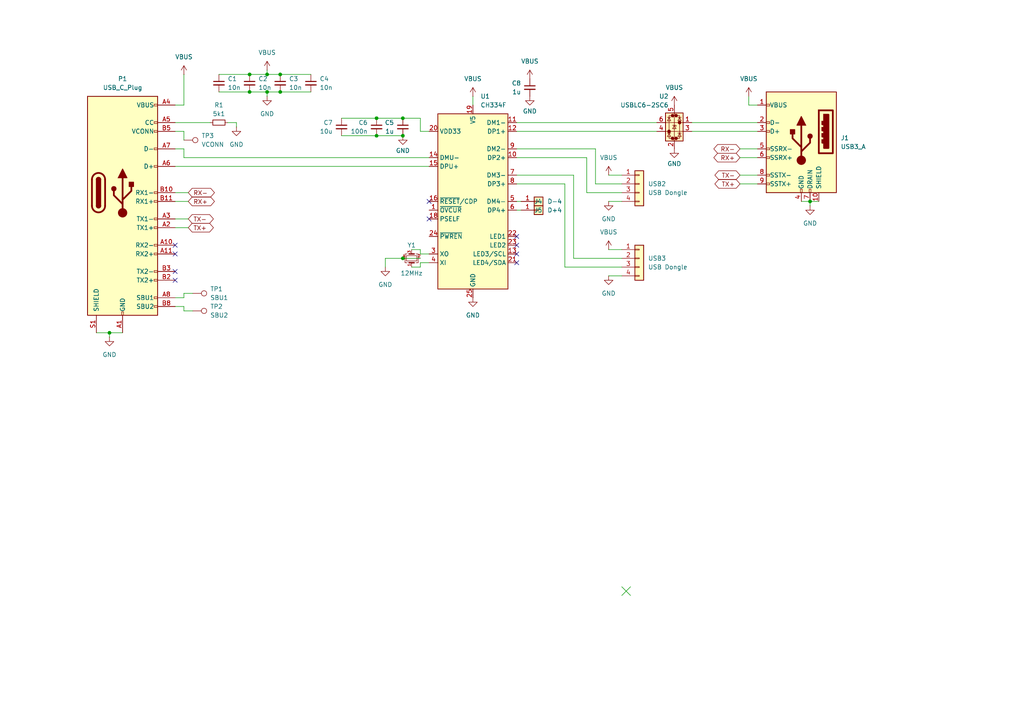
<source format=kicad_sch>
(kicad_sch (version 20231120) (generator "eeschema") (generator_version "8.0")
  (paper "A4")
  (lib_symbols
    (symbol "Connector:TestPoint" (pin_numbers hide) (pin_names (offset 0.762) hide)
      (property "Reference" "TP" (at 0 6.858 0))
      (property "Value" "TestPoint" (at 0 5.08 0))
      (symbol "TestPoint_0_1"
        (circle (center 0 3.302) (radius 0.762))
      )
      (symbol "TestPoint_1_1"
        (pin passive line (at 0 0 90) (length 2.54) (name "1") (number "1"))
      )
    )
    (symbol "Connector:USB3_A" (pin_names (offset 1.016))
      (property "Reference" "J" (at -10.16 15.24 0))
      (property "Value" "USB3_A" (at 10.16 15.24 0))
      (symbol "USB3_A_0_0"
        (rectangle (start -9.144 8.636) (end -5.08 -3.81) (stroke (width 0.508)))
        (rectangle (start -7.874 7.366) (end -6.604 -2.286) (stroke (width 0.508)) (fill (type outline)))
        (rectangle (start -6.35 0) (end -6.096 -0.762) (stroke (width 0.508)))
        (rectangle (start -6.35 1.778) (end -6.096 1.016) (stroke (width 0.508)))
        (rectangle (start -6.35 3.556) (end -6.096 2.794) (stroke (width 0.508)))
        (rectangle (start -6.35 5.334) (end -6.096 4.572) (stroke (width 0.508)))
        (rectangle (start -2.794 -15.24) (end -2.286 -14.224))
        (rectangle (start -0.254 -15.24) (end 0.254 -14.224))
        (rectangle (start 10.16 -12.446) (end 9.144 -12.954))
        (rectangle (start 10.16 -9.906) (end 9.144 -10.414))
        (rectangle (start 10.16 -4.826) (end 9.144 -5.334))
        (rectangle (start 10.16 -2.286) (end 9.144 -2.794))
        (rectangle (start 10.16 2.794) (end 9.144 2.286))
        (rectangle (start 10.16 5.334) (end 9.144 4.826))
        (rectangle (start 10.16 10.414) (end 9.144 9.906))
      )
      (symbol "USB3_A_0_1"
        (rectangle (start -10.16 13.97) (end 10.16 -15.24) (stroke (width 0.254)) (fill (type background)))
      )
      (symbol "USB3_A_1_1"
        (circle (center -2.54 1.143) (radius 0.635) (stroke (width 0.254)) (fill (type outline)))
        (circle (center 0 -5.842) (radius 1.27) (fill (type outline)))
        (polyline (pts (xy 0 -5.842) (xy 0 4.318)) (stroke (width 0.508)))
        (polyline (pts (xy 0 -3.302) (xy -2.54 -0.762) (xy -2.54 0.508)) (stroke (width 0.508)))
        (polyline (pts (xy 0 -2.032) (xy 2.54 0.508) (xy 2.54 1.778)) (stroke (width 0.508)))
        (polyline (pts (xy -1.27 4.318) (xy 0 6.858) (xy 1.27 4.318) (xy -1.27 4.318)) (stroke (width 0.254)) (fill (type outline)))
        (rectangle (start 1.905 1.778) (end 3.175 3.048) (stroke (width 0.254)) (fill (type outline)))
        (pin power_in line (at 12.7 10.16 180) (length 2.54) (name "VBUS") (number "1"))
        (pin passive line (at -5.08 -17.78 90) (length 2.54) (name "SHIELD") (number "10"))
        (pin bidirectional line (at 12.7 5.08 180) (length 2.54) (name "D-") (number "2"))
        (pin bidirectional line (at 12.7 2.54 180) (length 2.54) (name "D+") (number "3"))
        (pin power_in line (at 0 -17.78 90) (length 2.54) (name "GND") (number "4"))
        (pin output line (at 12.7 -2.54 180) (length 2.54) (name "SSRX-") (number "5"))
        (pin output line (at 12.7 -5.08 180) (length 2.54) (name "SSRX+") (number "6"))
        (pin passive line (at -2.54 -17.78 90) (length 2.54) (name "DRAIN") (number "7"))
        (pin input line (at 12.7 -10.16 180) (length 2.54) (name "SSTX-") (number "8"))
        (pin input line (at 12.7 -12.7 180) (length 2.54) (name "SSTX+") (number "9"))
      )
    )
    (symbol "Connector:USB_C_Plug" (pin_names (offset 1.016))
      (property "Reference" "P" (at -10.16 29.21 0))
      (property "Value" "USB_C_Plug" (at 10.16 29.21 0))
      (symbol "USB_C_Plug_0_0"
        (rectangle (start -0.254 -35.56) (end 0.254 -34.544))
        (rectangle (start 10.16 -32.766) (end 9.144 -33.274))
        (rectangle (start 10.16 -30.226) (end 9.144 -30.734))
        (rectangle (start 10.16 -25.146) (end 9.144 -25.654))
        (rectangle (start 10.16 -22.606) (end 9.144 -23.114))
        (rectangle (start 10.16 -17.526) (end 9.144 -18.034))
        (rectangle (start 10.16 -14.986) (end 9.144 -15.494))
        (rectangle (start 10.16 -9.906) (end 9.144 -10.414))
        (rectangle (start 10.16 -7.366) (end 9.144 -7.874))
        (rectangle (start 10.16 -2.286) (end 9.144 -2.794))
        (rectangle (start 10.16 0.254) (end 9.144 -0.254))
        (rectangle (start 10.16 7.874) (end 9.144 7.366))
        (rectangle (start 10.16 12.954) (end 9.144 12.446))
        (rectangle (start 10.16 18.034) (end 9.144 17.526))
        (rectangle (start 10.16 20.574) (end 9.144 20.066))
        (rectangle (start 10.16 25.654) (end 9.144 25.146))
      )
      (symbol "USB_C_Plug_0_1"
        (rectangle (start -10.16 27.94) (end 10.16 -35.56) (stroke (width 0.254)) (fill (type background)))
        (arc (start -8.89 -3.81) (mid -6.985 -5.7067) (end -5.08 -3.81) (stroke (width 0.508)))
        (arc (start -7.62 -3.81) (mid -6.985 -4.4423) (end -6.35 -3.81) (stroke (width 0.254)))
        (arc (start -7.62 -3.81) (mid -6.985 -4.4423) (end -6.35 -3.81) (stroke (width 0.254)) (fill (type outline)))
        (rectangle (start -7.62 -3.81) (end -6.35 3.81) (stroke (width 0.254)) (fill (type outline)))
        (arc (start -6.35 3.81) (mid -6.985 4.4423) (end -7.62 3.81) (stroke (width 0.254)))
        (arc (start -6.35 3.81) (mid -6.985 4.4423) (end -7.62 3.81) (stroke (width 0.254)) (fill (type outline)))
        (arc (start -5.08 3.81) (mid -6.985 5.7067) (end -8.89 3.81) (stroke (width 0.508)))
        (polyline (pts (xy -8.89 -3.81) (xy -8.89 3.81)) (stroke (width 0.508)))
        (polyline (pts (xy -5.08 3.81) (xy -5.08 -3.81)) (stroke (width 0.508)))
      )
      (symbol "USB_C_Plug_1_1"
        (circle (center -2.54 1.143) (radius 0.635) (stroke (width 0.254)) (fill (type outline)))
        (circle (center 0 -5.842) (radius 1.27) (fill (type outline)))
        (polyline (pts (xy 0 -5.842) (xy 0 4.318)) (stroke (width 0.508)))
        (polyline (pts (xy 0 -3.302) (xy -2.54 -0.762) (xy -2.54 0.508)) (stroke (width 0.508)))
        (polyline (pts (xy 0 -2.032) (xy 2.54 0.508) (xy 2.54 1.778)) (stroke (width 0.508)))
        (polyline (pts (xy -1.27 4.318) (xy 0 6.858) (xy 1.27 4.318) (xy -1.27 4.318)) (stroke (width 0.254)) (fill (type outline)))
        (rectangle (start 1.905 1.778) (end 3.175 3.048) (stroke (width 0.254)) (fill (type outline)))
        (pin passive line (at 0 -40.64 90) (length 5.08) (name "GND") (number "A1"))
        (pin bidirectional line (at 15.24 -15.24 180) (length 5.08) (name "RX2-") (number "A10"))
        (pin bidirectional line (at 15.24 -17.78 180) (length 5.08) (name "RX2+") (number "A11"))
        (pin passive line (at 0 -40.64 90) (length 5.08) hide (name "GND") (number "A12"))
        (pin bidirectional line (at 15.24 -10.16 180) (length 5.08) (name "TX1+") (number "A2"))
        (pin bidirectional line (at 15.24 -7.62 180) (length 5.08) (name "TX1-") (number "A3"))
        (pin passive line (at 15.24 25.4 180) (length 5.08) (name "VBUS") (number "A4"))
        (pin bidirectional line (at 15.24 20.32 180) (length 5.08) (name "CC") (number "A5"))
        (pin bidirectional line (at 15.24 7.62 180) (length 5.08) (name "D+") (number "A6"))
        (pin bidirectional line (at 15.24 12.7 180) (length 5.08) (name "D-") (number "A7"))
        (pin bidirectional line (at 15.24 -30.48 180) (length 5.08) (name "SBU1") (number "A8"))
        (pin passive line (at 15.24 25.4 180) (length 5.08) hide (name "VBUS") (number "A9"))
        (pin passive line (at 0 -40.64 90) (length 5.08) hide (name "GND") (number "B1"))
        (pin bidirectional line (at 15.24 0 180) (length 5.08) (name "RX1-") (number "B10"))
        (pin bidirectional line (at 15.24 -2.54 180) (length 5.08) (name "RX1+") (number "B11"))
        (pin passive line (at 0 -40.64 90) (length 5.08) hide (name "GND") (number "B12"))
        (pin bidirectional line (at 15.24 -25.4 180) (length 5.08) (name "TX2+") (number "B2"))
        (pin bidirectional line (at 15.24 -22.86 180) (length 5.08) (name "TX2-") (number "B3"))
        (pin passive line (at 15.24 25.4 180) (length 5.08) hide (name "VBUS") (number "B4"))
        (pin bidirectional line (at 15.24 17.78 180) (length 5.08) (name "VCONN") (number "B5"))
        (pin bidirectional line (at 15.24 -33.02 180) (length 5.08) (name "SBU2") (number "B8"))
        (pin passive line (at 15.24 25.4 180) (length 5.08) hide (name "VBUS") (number "B9"))
        (pin passive line (at -7.62 -40.64 90) (length 5.08) (name "SHIELD") (number "S1"))
      )
    )
    (symbol "Connector_Generic:Conn_01x01" (pin_names (offset 1.016) hide)
      (property "Reference" "J" (at 0 2.54 0))
      (property "Value" "Conn_01x01" (at 0 -2.54 0))
      (symbol "Conn_01x01_1_1"
        (rectangle (start -1.27 0.127) (end 0 -0.127) (stroke (width 0.1524)))
        (rectangle (start -1.27 1.27) (end 1.27 -1.27) (stroke (width 0.254)) (fill (type background)))
        (pin passive line (at -5.08 0 0) (length 3.81) (name "Pin_1") (number "1"))
      )
    )
    (symbol "Connector_Generic:Conn_01x04" (pin_names (offset 1.016) hide)
      (property "Reference" "J" (at 0 5.08 0))
      (property "Value" "Conn_01x04" (at 0 -7.62 0))
      (symbol "Conn_01x04_1_1"
        (rectangle (start -1.27 -4.953) (end 0 -5.207) (stroke (width 0.1524)))
        (rectangle (start -1.27 -2.413) (end 0 -2.667) (stroke (width 0.1524)))
        (rectangle (start -1.27 0.127) (end 0 -0.127) (stroke (width 0.1524)))
        (rectangle (start -1.27 2.667) (end 0 2.413) (stroke (width 0.1524)))
        (rectangle (start -1.27 3.81) (end 1.27 -6.35) (stroke (width 0.254)) (fill (type background)))
        (pin passive line (at -5.08 2.54 0) (length 3.81) (name "Pin_1") (number "1"))
        (pin passive line (at -5.08 0 0) (length 3.81) (name "Pin_2") (number "2"))
        (pin passive line (at -5.08 -2.54 0) (length 3.81) (name "Pin_3") (number "3"))
        (pin passive line (at -5.08 -5.08 0) (length 3.81) (name "Pin_4") (number "4"))
      )
    )
    (symbol "Device:C_Small" (pin_numbers hide) (pin_names (offset 0.254) hide)
      (property "Reference" "C" (at 0.254 1.778 0))
      (property "Value" "C_Small" (at 0.254 -2.032 0))
      (symbol "C_Small_0_1"
        (polyline (pts (xy -1.524 -0.508) (xy 1.524 -0.508)) (stroke (width 0.3302)))
        (polyline (pts (xy -1.524 0.508) (xy 1.524 0.508)) (stroke (width 0.3048)))
      )
      (symbol "C_Small_1_1"
        (pin passive line (at 0 2.54 270) (length 2.032) (name "~") (number "1"))
        (pin passive line (at 0 -2.54 90) (length 2.032) (name "~") (number "2"))
      )
    )
    (symbol "Device:Crystal_GND24_Small" (pin_names (offset 1.016) hide)
      (property "Reference" "Y" (at 1.27 4.445 0))
      (property "Value" "Crystal_GND24_Small" (at 1.27 2.54 0))
      (symbol "Crystal_GND24_Small_0_1"
        (rectangle (start -0.762 -1.524) (end 0.762 1.524))
        (polyline (pts (xy -1.27 -0.762) (xy -1.27 0.762)) (stroke (width 0.381)))
        (polyline (pts (xy 1.27 -0.762) (xy 1.27 0.762)) (stroke (width 0.381)))
        (polyline (pts (xy -1.27 -1.27) (xy -1.27 -1.905) (xy 1.27 -1.905) (xy 1.27 -1.27)))
        (polyline (pts (xy -1.27 1.27) (xy -1.27 1.905) (xy 1.27 1.905) (xy 1.27 1.27)))
      )
      (symbol "Crystal_GND24_Small_1_1"
        (pin passive line (at -2.54 0 0) (length 1.27) (name "1") (number "1"))
        (pin passive line (at 0 -2.54 90) (length 0.635) (name "2") (number "2"))
        (pin passive line (at 2.54 0 180) (length 1.27) (name "3") (number "3"))
        (pin passive line (at 0 2.54 270) (length 0.635) (name "4") (number "4"))
      )
    )
    (symbol "Device:R_Small" (pin_numbers hide) (pin_names (offset 0.254) hide)
      (property "Reference" "R" (at 0.762 0.508 0))
      (property "Value" "R_Small" (at 0.762 -1.016 0))
      (symbol "R_Small_0_1"
        (rectangle (start -0.762 1.778) (end 0.762 -1.778) (stroke (width 0.2032)))
      )
      (symbol "R_Small_1_1"
        (pin passive line (at 0 2.54 270) (length 0.762) (name "~") (number "1"))
        (pin passive line (at 0 -2.54 90) (length 0.762) (name "~") (number "2"))
      )
    )
    (symbol "LeoDJ:CH334F"
      (property "Reference" "U" (at -7.62 27.94 0))
      (property "Value" "CH334F" (at 2.54 27.94 0))
      (symbol "CH334F_0_1"
        (rectangle (start -10.16 25.4) (end 10.16 -25.4) (stroke (width 0.254)) (fill (type background)))
      )
      (symbol "CH334F_1_0"
        (pin input line (at -12.7 -2.54 0) (length 2.54) (name "~{OVCUR}") (number "1"))
        (pin bidirectional line (at 12.7 -15.24 180) (length 2.54) (name "LED3/SCL") (number "13"))
        (pin input line (at -12.7 -5.08 0) (length 2.54) (name "PSELF") (number "18"))
        (pin bidirectional line (at 12.7 -17.78 180) (length 2.54) (name "LED4/SDA") (number "21"))
        (pin bidirectional line (at 12.7 -10.16 180) (length 2.54) (name "LED1") (number "22"))
        (pin bidirectional line (at 12.7 -12.7 180) (length 2.54) (name "LED2") (number "23"))
        (pin output line (at -12.7 -10.16 0) (length 2.54) (name "~{PWREN}") (number "24"))
      )
      (symbol "CH334F_1_1"
        (pin bidirectional line (at 12.7 12.7 180) (length 2.54) (name "DP2+") (number "10"))
        (pin bidirectional line (at 12.7 22.86 180) (length 2.54) (name "DM1-") (number "11"))
        (pin bidirectional line (at 12.7 20.32 180) (length 2.54) (name "DP1+") (number "12"))
        (pin bidirectional line (at -12.7 12.7 0) (length 2.54) (name "DMU-") (number "14"))
        (pin bidirectional line (at -12.7 10.16 0) (length 2.54) (name "DPU+") (number "15"))
        (pin input line (at -12.7 0 0) (length 2.54) (name "~{RESET}/CDP") (number "16"))
        (pin power_in line (at 0 27.94 270) (length 2.54) (name "V5") (number "19"))
        (pin passive line (at -12.7 20.32 0) (length 2.54) (name "VDD33") (number "20"))
        (pin power_in line (at 0 -27.94 90) (length 2.54) (name "GND") (number "25"))
        (pin passive line (at -12.7 -15.24 0) (length 2.54) (name "XO") (number "3"))
        (pin passive line (at -12.7 -17.78 0) (length 2.54) (name "XI") (number "4"))
        (pin bidirectional line (at 12.7 0 180) (length 2.54) (name "DM4-") (number "5"))
        (pin bidirectional line (at 12.7 -2.54 180) (length 2.54) (name "DP4+") (number "6"))
        (pin bidirectional line (at 12.7 7.62 180) (length 2.54) (name "DM3-") (number "7"))
        (pin bidirectional line (at 12.7 5.08 180) (length 2.54) (name "DP3+") (number "8"))
        (pin bidirectional line (at 12.7 15.24 180) (length 2.54) (name "DM2-") (number "9"))
      )
    )
    (symbol "Power_Protection:USBLC6-2SC6" (pin_names hide)
      (property "Reference" "U" (at 0.635 5.715 0))
      (property "Value" "USBLC6-2SC6" (at 0.635 3.81 0))
      (symbol "USBLC6-2SC6_0_0"
        (circle (center -1.524 0) (radius 0.0001) (stroke (width 0.508)))
        (circle (center -0.508 -4.572) (radius 0.0001) (stroke (width 0.508)))
        (circle (center -0.508 2.032) (radius 0.0001) (stroke (width 0.508)))
        (circle (center 0.508 -4.572) (radius 0.0001) (stroke (width 0.508)))
        (circle (center 0.508 2.032) (radius 0.0001) (stroke (width 0.508)))
        (circle (center 1.524 -2.54) (radius 0.0001) (stroke (width 0.508)))
      )
      (symbol "USBLC6-2SC6_0_1"
        (polyline (pts (xy -2.54 -2.54) (xy 2.54 -2.54)))
        (polyline (pts (xy -2.54 0) (xy 2.54 0)))
        (polyline (pts (xy -2.032 -3.048) (xy -1.016 -3.048)))
        (polyline (pts (xy -1.016 1.524) (xy -2.032 1.524)))
        (polyline (pts (xy 1.016 -3.048) (xy 2.032 -3.048)))
        (polyline (pts (xy 1.016 1.524) (xy 2.032 1.524)))
        (polyline (pts (xy -0.508 -1.143) (xy -0.508 -0.762) (xy 0.508 -0.762)))
        (polyline (pts (xy -2.032 0.508) (xy -1.016 0.508) (xy -1.524 1.524) (xy -2.032 0.508)))
        (polyline (pts (xy -1.016 -4.064) (xy -2.032 -4.064) (xy -1.524 -3.048) (xy -1.016 -4.064)))
        (polyline (pts (xy 0.508 -1.778) (xy -0.508 -1.778) (xy 0 -0.762) (xy 0.508 -1.778)))
        (polyline (pts (xy 2.032 -4.064) (xy 1.016 -4.064) (xy 1.524 -3.048) (xy 2.032 -4.064)))
        (polyline (pts (xy 2.032 0.508) (xy 1.016 0.508) (xy 1.524 1.524) (xy 2.032 0.508)))
        (polyline (pts (xy 0 2.54) (xy -0.508 2.032) (xy 0.508 2.032) (xy 0 1.524) (xy 0 -4.064) (xy -0.508 -4.572) (xy 0.508 -4.572) (xy 0 -5.08)))
      )
      (symbol "USBLC6-2SC6_1_1"
        (rectangle (start -2.54 2.794) (end 2.54 -5.334) (stroke (width 0.254)) (fill (type background)))
        (polyline (pts (xy -0.508 2.032) (xy -1.524 2.032) (xy -1.524 -4.572) (xy -0.508 -4.572)))
        (polyline (pts (xy 0.508 -4.572) (xy 1.524 -4.572) (xy 1.524 2.032) (xy 0.508 2.032)))
        (pin passive line (at -5.08 0 0) (length 2.54) (name "I/O1") (number "1"))
        (pin passive line (at 0 -7.62 90) (length 2.54) (name "GND") (number "2"))
        (pin passive line (at -5.08 -2.54 0) (length 2.54) (name "I/O2") (number "3"))
        (pin passive line (at 5.08 -2.54 180) (length 2.54) (name "I/O2") (number "4"))
        (pin passive line (at 0 5.08 270) (length 2.54) (name "VBUS") (number "5"))
        (pin passive line (at 5.08 0 180) (length 2.54) (name "I/O1") (number "6"))
      )
    )
    (symbol "power:GND" (power) (pin_numbers hide) (pin_names (offset 0) hide)
      (property "Value" "GND" (at 0 -3.81 0))
      (symbol "GND_0_1"
        (polyline (pts (xy 0 0) (xy 0 -1.27) (xy 1.27 -1.27) (xy 0 -2.54) (xy -1.27 -1.27) (xy 0 -1.27)))
      )
      (symbol "GND_1_1"
        (pin power_in line (at 0 0 270) (length 0) (name "~") (number "1"))
      )
    )
    (symbol "power:VBUS" (power) (pin_numbers hide) (pin_names (offset 0) hide)
      (property "Value" "VBUS" (at 0 3.556 0))
      (symbol "VBUS_0_1"
        (polyline (pts (xy -0.762 1.27) (xy 0 2.54)))
        (polyline (pts (xy 0 0) (xy 0 2.54)))
        (polyline (pts (xy 0 2.54) (xy 0.762 1.27)))
      )
      (symbol "VBUS_1_1"
        (pin power_in line (at 0 0 90) (length 0) (name "~") (number "1"))
      )
    )
  )
  (junction (at 116.84 39.37))
  (junction (at 72.39 26.67))
  (junction (at 109.22 34.29))
  (junction (at 234.95 58.42))
  (junction (at 77.47 21.59))
  (junction (at 109.22 39.37))
  (junction (at 116.84 74.93))
  (junction (at 81.28 26.67))
  (junction (at 81.28 21.59))
  (junction (at 116.84 34.29))
  (junction (at 72.39 21.59))
  (junction (at 77.47 26.67))
  (junction (at 31.75 96.52))
  (no_connect (at 124.46 58.42))
  (no_connect (at 50.8 73.66))
  (no_connect (at 149.86 76.2))
  (no_connect (at 149.86 71.12))
  (no_connect (at 50.8 81.28))
  (no_connect (at 149.86 73.66))
  (no_connect (at 149.86 68.58))
  (no_connect (at 50.8 71.12))
  (no_connect (at 50.8 78.74))
  (no_connect (at 124.46 63.5))
  (wire (pts (xy 137.16 27.94) (xy 137.16 30.48)))
  (wire (pts (xy 121.92 72.39) (xy 121.92 73.66)))
  (wire (pts (xy 27.94 96.52) (xy 31.75 96.52)))
  (wire (pts (xy 109.22 39.37) (xy 116.84 39.37)))
  (wire (pts (xy 53.34 21.59) (xy 53.34 30.48)))
  (wire (pts (xy 200.66 38.1) (xy 219.71 38.1)))
  (wire (pts (xy 180.34 50.8) (xy 176.53 50.8)))
  (wire (pts (xy 172.72 53.34) (xy 172.72 43.18)))
  (wire (pts (xy 99.06 39.37) (xy 109.22 39.37)))
  (wire (pts (xy 149.86 38.1) (xy 190.5 38.1)))
  (wire (pts (xy 53.34 86.36) (xy 50.8 86.36)))
  (wire (pts (xy 77.47 21.59) (xy 81.28 21.59)))
  (wire (pts (xy 63.5 21.59) (xy 72.39 21.59)))
  (wire (pts (xy 53.34 88.9) (xy 53.34 90.17)))
  (wire (pts (xy 219.71 30.48) (xy 217.17 30.48)))
  (wire (pts (xy 50.8 58.42) (xy 54.61 58.42)))
  (wire (pts (xy 149.86 60.96) (xy 151.13 60.96)))
  (wire (pts (xy 121.92 77.47) (xy 119.38 77.47)))
  (wire (pts (xy 163.83 77.47) (xy 180.34 77.47)))
  (wire (pts (xy 81.28 26.67) (xy 90.17 26.67)))
  (wire (pts (xy 166.37 50.8) (xy 166.37 74.93)))
  (wire (pts (xy 176.53 80.01) (xy 180.34 80.01)))
  (wire (pts (xy 53.34 90.17) (xy 55.88 90.17)))
  (wire (pts (xy 214.63 50.8) (xy 219.71 50.8)))
  (wire (pts (xy 111.76 74.93) (xy 116.84 74.93)))
  (wire (pts (xy 50.8 35.56) (xy 60.96 35.56)))
  (wire (pts (xy 50.8 63.5) (xy 54.61 63.5)))
  (wire (pts (xy 149.86 35.56) (xy 190.5 35.56)))
  (wire (pts (xy 53.34 40.64) (xy 53.34 38.1)))
  (wire (pts (xy 121.92 73.66) (xy 124.46 73.66)))
  (wire (pts (xy 121.92 76.2) (xy 121.92 77.47)))
  (wire (pts (xy 170.18 55.88) (xy 180.34 55.88)))
  (wire (pts (xy 119.38 72.39) (xy 121.92 72.39)))
  (wire (pts (xy 111.76 77.47) (xy 111.76 74.93)))
  (wire (pts (xy 72.39 26.67) (xy 77.47 26.67)))
  (wire (pts (xy 31.75 96.52) (xy 35.56 96.52)))
  (wire (pts (xy 81.28 21.59) (xy 90.17 21.59)))
  (wire (pts (xy 53.34 38.1) (xy 50.8 38.1)))
  (wire (pts (xy 182.88 172.72) (xy 180.34 170.18)))
  (wire (pts (xy 124.46 38.1) (xy 121.92 38.1)))
  (wire (pts (xy 163.83 77.47) (xy 163.83 53.34)))
  (wire (pts (xy 53.34 45.72) (xy 124.46 45.72)))
  (wire (pts (xy 53.34 43.18) (xy 50.8 43.18)))
  (wire (pts (xy 72.39 21.59) (xy 77.47 21.59)))
  (wire (pts (xy 200.66 35.56) (xy 219.71 35.56)))
  (wire (pts (xy 53.34 30.48) (xy 50.8 30.48)))
  (wire (pts (xy 66.04 35.56) (xy 68.58 35.56)))
  (wire (pts (xy 77.47 20.32) (xy 77.47 21.59)))
  (wire (pts (xy 163.83 53.34) (xy 149.86 53.34)))
  (wire (pts (xy 116.84 74.93) (xy 121.92 74.93)))
  (wire (pts (xy 232.41 58.42) (xy 234.95 58.42)))
  (wire (pts (xy 217.17 30.48) (xy 217.17 27.94)))
  (wire (pts (xy 149.86 45.72) (xy 170.18 45.72)))
  (wire (pts (xy 214.63 45.72) (xy 219.71 45.72)))
  (wire (pts (xy 180.34 172.72) (xy 182.88 170.18)))
  (wire (pts (xy 149.86 58.42) (xy 151.13 58.42)))
  (wire (pts (xy 172.72 43.18) (xy 149.86 43.18)))
  (wire (pts (xy 214.63 43.18) (xy 219.71 43.18)))
  (wire (pts (xy 124.46 76.2) (xy 121.92 76.2)))
  (wire (pts (xy 170.18 45.72) (xy 170.18 55.88)))
  (wire (pts (xy 53.34 85.09) (xy 53.34 86.36)))
  (wire (pts (xy 77.47 26.67) (xy 77.47 27.94)))
  (wire (pts (xy 180.34 72.39) (xy 176.53 72.39)))
  (wire (pts (xy 68.58 35.56) (xy 68.58 36.83)))
  (wire (pts (xy 109.22 34.29) (xy 116.84 34.29)))
  (wire (pts (xy 53.34 43.18) (xy 53.34 45.72)))
  (wire (pts (xy 121.92 34.29) (xy 116.84 34.29)))
  (wire (pts (xy 172.72 53.34) (xy 180.34 53.34)))
  (wire (pts (xy 99.06 34.29) (xy 109.22 34.29)))
  (wire (pts (xy 166.37 74.93) (xy 180.34 74.93)))
  (wire (pts (xy 234.95 58.42) (xy 237.49 58.42)))
  (wire (pts (xy 31.75 97.79) (xy 31.75 96.52)))
  (wire (pts (xy 176.53 58.42) (xy 180.34 58.42)))
  (wire (pts (xy 214.63 53.34) (xy 219.71 53.34)))
  (wire (pts (xy 50.8 66.04) (xy 54.61 66.04)))
  (wire (pts (xy 55.88 85.09) (xy 53.34 85.09)))
  (wire (pts (xy 234.95 58.42) (xy 234.95 59.69)))
  (wire (pts (xy 77.47 26.67) (xy 81.28 26.67)))
  (wire (pts (xy 149.86 50.8) (xy 166.37 50.8)))
  (wire (pts (xy 50.8 88.9) (xy 53.34 88.9)))
  (wire (pts (xy 50.8 48.26) (xy 124.46 48.26)))
  (wire (pts (xy 63.5 26.67) (xy 72.39 26.67)))
  (wire (pts (xy 121.92 38.1) (xy 121.92 34.29)))
  (wire (pts (xy 50.8 55.88) (xy 54.61 55.88)))
  (global_label "TX-" (shape bidirectional) (at 54.61 63.5 0) (property "Intersheetrefs" "${INTERSHEET_REFS}" (effects (hide yes))))
  (global_label "RX-" (shape bidirectional) (at 214.63 43.18 180) (property "Intersheetrefs" "${INTERSHEET_REFS}" (effects (hide yes))))
  (global_label "TX+" (shape bidirectional) (at 214.63 53.34 180) (property "Intersheetrefs" "${INTERSHEET_REFS}" (effects (hide yes))))
  (global_label "TX+" (shape bidirectional) (at 54.61 66.04 0) (property "Intersheetrefs" "${INTERSHEET_REFS}" (effects (hide yes))))
  (global_label "TX-" (shape bidirectional) (at 214.63 50.8 180) (property "Intersheetrefs" "${INTERSHEET_REFS}" (effects (hide yes))))
  (global_label "RX-" (shape bidirectional) (at 54.61 55.88 0) (property "Intersheetrefs" "${INTERSHEET_REFS}" (effects (hide yes))))
  (global_label "RX+" (shape bidirectional) (at 54.61 58.42 0) (property "Intersheetrefs" "${INTERSHEET_REFS}" (effects (hide yes))))
  (global_label "RX+" (shape bidirectional) (at 214.63 45.72 180) (property "Intersheetrefs" "${INTERSHEET_REFS}" (effects (hide yes))))
  (symbol (lib_id "Connector_Generic:Conn_01x01") (at 156.21 60.96 0) (unit 1) (in_bom no)
    (property "Reference" "J5" (at 154.94 60.96 0) (effects (justify left)))
    (property "Value" "D+4" (at 158.75 60.96 0) (effects (justify left)))
    (property "Footprint" "TestPoint:TestPoint_Pad_1.0x1.0mm" (effects (hide yes)))
    (property "Description" "Generic connector, single row, 01x01, script generated (kicad-library-utils/schlib/autogen/connector/)" (effects (hide yes)))
  )
  (symbol (lib_id "Device:C_Small") (at 116.84 36.83 0) (unit 1)
    (property "Reference" "C5" (at 114.3 35.5662 0) (effects (justify right)))
    (property "Value" "1u" (at 114.3 38.1062 0) (effects (justify right)))
    (property "Footprint" "Capacitor_SMD:C_0402_1005Metric" (effects (hide yes)))
    (property "Description" "Unpolarized capacitor, small symbol" (effects (hide yes)))
  )
  (symbol (lib_id "power:VBUS") (at 53.34 21.59 0) (unit 1)
    (property "Reference" "#PWR05" (effects (hide yes)))
    (property "Value" "VBUS" (at 53.34 16.51 0))
    (property "Description" "Power symbol creates a global label with name \"VBUS\"" (effects (hide yes)))
  )
  (symbol (lib_id "power:GND") (at 116.84 39.37 0) (unit 1)
    (property "Reference" "#PWR012" (effects (hide yes)))
    (property "Value" "GND" (at 116.84 43.688 0))
    (property "Description" "Power symbol creates a global label with name \"GND\" , ground" (effects (hide yes)))
  )
  (symbol (lib_id "Connector:USB3_A") (at 232.41 40.64 0) (mirror y) (unit 1)
    (property "Reference" "J1" (at 243.84 40.0049 0) (effects (justify right)))
    (property "Value" "USB3_A" (at 243.84 42.5449 0) (effects (justify right)))
    (property "Footprint" "LCSC:USB-A-SMD_HC-USB3.0-C345-P" (effects (hide yes)))
    (property "Description" "USB 3.0 A connector" (effects (hide yes)))
  )
  (symbol (lib_id "power:GND") (at 153.67 27.94 0) (unit 1)
    (property "Reference" "#PWR013" (effects (hide yes)))
    (property "Value" "GND" (at 153.67 32.258 0))
    (property "Description" "Power symbol creates a global label with name \"GND\" , ground" (effects (hide yes)))
  )
  (symbol (lib_id "power:VBUS") (at 77.47 20.32 0) (unit 1)
    (property "Reference" "#PWR09" (effects (hide yes)))
    (property "Value" "VBUS" (at 77.47 15.24 0))
    (property "Description" "Power symbol creates a global label with name \"VBUS\"" (effects (hide yes)))
  )
  (symbol (lib_id "power:VBUS") (at 176.53 50.8 0) (unit 1)
    (property "Reference" "#PWR010" (effects (hide yes)))
    (property "Value" "VBUS" (at 176.53 45.72 0))
    (property "Description" "Power symbol creates a global label with name \"VBUS\"" (effects (hide yes)))
  )
  (symbol (lib_id "power:VBUS") (at 153.67 22.86 0) (unit 1)
    (property "Reference" "#PWR014" (effects (hide yes)))
    (property "Value" "VBUS" (at 153.67 17.78 0))
    (property "Description" "Power symbol creates a global label with name \"VBUS\"" (effects (hide yes)))
  )
  (symbol (lib_id "power:VBUS") (at 217.17 27.94 0) (unit 1)
    (property "Reference" "#PWR07" (effects (hide yes)))
    (property "Value" "VBUS" (at 217.17 22.86 0))
    (property "Description" "Power symbol creates a global label with name \"VBUS\"" (effects (hide yes)))
  )
  (symbol (lib_id "power:GND") (at 234.95 59.69 0) (unit 1)
    (property "Reference" "#PWR02" (effects (hide yes)))
    (property "Value" "GND" (at 234.95 64.77 0))
    (property "Description" "Power symbol creates a global label with name \"GND\" , ground" (effects (hide yes)))
  )
  (symbol (lib_id "Device:R_Small") (at 63.5 35.56 90) (unit 1)
    (property "Reference" "R1" (at 63.5 30.48 90))
    (property "Value" "5k1" (at 63.5 33.02 90))
    (property "Footprint" "Resistor_SMD:R_0402_1005Metric" (effects (hide yes)))
    (property "Description" "Resistor, small symbol" (effects (hide yes)))
  )
  (symbol (lib_id "power:VBUS") (at 195.58 30.48 0) (unit 1)
    (property "Reference" "#PWR017" (effects (hide yes)))
    (property "Value" "VBUS" (at 195.58 25.4 0))
    (property "Description" "Power symbol creates a global label with name \"VBUS\"" (effects (hide yes)))
  )
  (symbol (lib_id "power:GND") (at 111.76 77.47 0) (unit 1)
    (property "Reference" "#PWR019" (effects (hide yes)))
    (property "Value" "GND" (at 111.76 82.55 0))
    (property "Description" "Power symbol creates a global label with name \"GND\" , ground" (effects (hide yes)))
  )
  (symbol (lib_id "Device:C_Small") (at 99.06 36.83 0) (unit 1)
    (property "Reference" "C7" (at 96.52 35.5662 0) (effects (justify right)))
    (property "Value" "10u" (at 96.52 38.1062 0) (effects (justify right)))
    (property "Footprint" "Capacitor_SMD:C_0402_1005Metric" (effects (hide yes)))
    (property "Description" "Unpolarized capacitor, small symbol" (effects (hide yes)))
  )
  (symbol (lib_id "Connector:TestPoint") (at 53.34 40.64 270) (unit 1) (in_bom no) (on_board no)
    (property "Reference" "TP3" (at 58.42 39.3699 90) (effects (justify left)))
    (property "Value" "VCONN" (at 58.42 41.9099 90) (effects (justify left)))
    (property "Footprint" "TestPoint:TestPoint_Pad_D1.0mm" (effects (hide yes)))
    (property "Description" "test point" (effects (hide yes)))
  )
  (symbol (lib_id "Connector_Generic:Conn_01x01") (at 156.21 58.42 0) (unit 1) (in_bom no)
    (property "Reference" "J4" (at 154.94 58.42 0) (effects (justify left)))
    (property "Value" "D-4" (at 158.75 58.42 0) (effects (justify left)))
    (property "Footprint" "TestPoint:TestPoint_Pad_1.0x1.0mm" (effects (hide yes)))
    (property "Description" "Generic connector, single row, 01x01, script generated (kicad-library-utils/schlib/autogen/connector/)" (effects (hide yes)))
  )
  (symbol (lib_id "LeoDJ:CH334F") (at 137.16 58.42 0) (unit 1)
    (property "Reference" "U1" (at 139.3541 27.94 0) (effects (justify left)))
    (property "Value" "CH334F" (at 139.3541 30.48 0) (effects (justify left)))
    (property "Footprint" "Package_DFN_QFN:QFN-24-1EP_4x4mm_P0.5mm_EP2.7x2.7mm" (effects (hide yes)))
    (property "Datasheet" "https://www.wch-ic.com/downloads/file/327.html" (effects (hide yes)))
    (property "Description" "USB HUB controller, UART, QFN24" (effects (hide yes)))
  )
  (symbol (lib_id "Device:C_Small") (at 72.39 24.13 0) (unit 1)
    (property "Reference" "C2" (at 74.93 22.8662 0) (effects (justify left)))
    (property "Value" "10n" (at 74.93 25.4062 0) (effects (justify left)))
    (property "Footprint" "Capacitor_SMD:C_0402_1005Metric" (effects (hide yes)))
    (property "Description" "Unpolarized capacitor, small symbol" (effects (hide yes)))
  )
  (symbol (lib_id "power:GND") (at 137.16 86.36 0) (unit 1)
    (property "Reference" "#PWR03" (effects (hide yes)))
    (property "Value" "GND" (at 137.16 91.44 0))
    (property "Description" "Power symbol creates a global label with name \"GND\" , ground" (effects (hide yes)))
  )
  (symbol (lib_id "Connector:TestPoint") (at 55.88 85.09 270) (unit 1) (in_bom no) (on_board no)
    (property "Reference" "TP1" (at 60.96 83.8199 90) (effects (justify left)))
    (property "Value" "SBU1" (at 60.96 86.3599 90) (effects (justify left)))
    (property "Footprint" "TestPoint:TestPoint_Pad_D1.0mm" (effects (hide yes)))
    (property "Description" "test point" (effects (hide yes)))
  )
  (symbol (lib_id "Power_Protection:USBLC6-2SC6") (at 195.58 35.56 0) (mirror y) (unit 1)
    (property "Reference" "U2" (at 193.9289 27.94 0) (effects (justify left)))
    (property "Value" "USBLC6-2SC6" (at 193.9289 30.48 0) (effects (justify left)))
    (property "Footprint" "Package_TO_SOT_SMD:SOT-23-6" (effects (hide yes)))
    (property "Datasheet" "https://www.st.com/resource/en/datasheet/usblc6-2.pdf" (effects (hide yes)))
    (property "Description" "Very low capacitance ESD protection diode, 2 data-line, SOT-23-6" (effects (hide yes)))
  )
  (symbol (lib_id "Connector:USB_C_Plug") (at 35.56 55.88 0) (unit 1)
    (property "Reference" "P1" (at 35.56 22.86 0))
    (property "Value" "USB_C_Plug" (at 35.56 25.4 0))
    (property "Footprint" "Connector_USB:USB_C_Plug_Molex_105444" (effects (hide yes)))
    (property "Datasheet" "https://www.usb.org/sites/default/files/documents/usb_type-c.zip" (effects (hide yes)))
    (property "Description" "USB Type-C Plug connector" (effects (hide yes)))
  )
  (symbol (lib_id "power:GND") (at 176.53 58.42 0) (unit 1)
    (property "Reference" "#PWR011" (effects (hide yes)))
    (property "Value" "GND" (at 176.53 63.5 0))
    (property "Description" "Power symbol creates a global label with name \"GND\" , ground" (effects (hide yes)))
  )
  (symbol (lib_id "Device:C_Small") (at 109.22 36.83 0) (unit 1)
    (property "Reference" "C6" (at 106.68 35.5662 0) (effects (justify right)))
    (property "Value" "100n" (at 106.68 38.1062 0) (effects (justify right)))
    (property "Footprint" "Capacitor_SMD:C_0402_1005Metric" (effects (hide yes)))
    (property "Description" "Unpolarized capacitor, small symbol" (effects (hide yes)))
  )
  (symbol (lib_id "power:GND") (at 176.53 80.01 0) (unit 1)
    (property "Reference" "#PWR016" (effects (hide yes)))
    (property "Value" "GND" (at 176.53 85.09 0))
    (property "Description" "Power symbol creates a global label with name \"GND\" , ground" (effects (hide yes)))
  )
  (symbol (lib_id "power:VBUS") (at 137.16 27.94 0) (unit 1)
    (property "Reference" "#PWR06" (effects (hide yes)))
    (property "Value" "VBUS" (at 137.16 22.86 0))
    (property "Description" "Power symbol creates a global label with name \"VBUS\"" (effects (hide yes)))
  )
  (symbol (lib_id "Connector:TestPoint") (at 55.88 90.17 270) (unit 1) (in_bom no) (on_board no)
    (property "Reference" "TP2" (at 60.96 88.8999 90) (effects (justify left)))
    (property "Value" "SBU2" (at 60.96 91.4399 90) (effects (justify left)))
    (property "Footprint" "TestPoint:TestPoint_Pad_D1.0mm" (effects (hide yes)))
    (property "Description" "test point" (effects (hide yes)))
  )
  (symbol (lib_id "Connector_Generic:Conn_01x04") (at 185.42 74.93 0) (unit 1) (in_bom no)
    (property "Reference" "USB3" (at 187.96 74.9299 0) (effects (justify left)))
    (property "Value" "USB Dongle" (at 187.96 77.4699 0) (effects (justify left)))
    (property "Footprint" "LeoDJ-kicad:USB_SolderPads" (effects (hide yes)))
    (property "Description" "Generic connector, single row, 01x04, script generated (kicad-library-utils/schlib/autogen/connector/)" (effects (hide yes)))
  )
  (symbol (lib_id "power:VBUS") (at 176.53 72.39 0) (unit 1)
    (property "Reference" "#PWR015" (effects (hide yes)))
    (property "Value" "VBUS" (at 176.53 67.31 0))
    (property "Description" "Power symbol creates a global label with name \"VBUS\"" (effects (hide yes)))
  )
  (symbol (lib_id "Device:Crystal_GND24_Small") (at 119.38 74.93 90) (unit 1)
    (property "Reference" "Y1" (at 119.38 71.12 90))
    (property "Value" "12MHz" (at 119.38 79.248 90))
    (property "Footprint" "Crystal:Crystal_SMD_2520-4Pin_2.5x2.0mm" (effects (hide yes)))
    (property "Description" "Four pin crystal, GND on pins 2 and 4, small symbol" (effects (hide yes)))
  )
  (symbol (lib_id "Device:C_Small") (at 153.67 25.4 0) (unit 1)
    (property "Reference" "C8" (at 151.13 24.1362 0) (effects (justify right)))
    (property "Value" "1u" (at 151.13 26.6762 0) (effects (justify right)))
    (property "Footprint" "Capacitor_SMD:C_0402_1005Metric" (effects (hide yes)))
    (property "Description" "Unpolarized capacitor, small symbol" (effects (hide yes)))
  )
  (symbol (lib_id "Device:C_Small") (at 63.5 24.13 0) (unit 1)
    (property "Reference" "C1" (at 66.04 22.8662 0) (effects (justify left)))
    (property "Value" "10n" (at 66.04 25.4062 0) (effects (justify left)))
    (property "Footprint" "Capacitor_SMD:C_0402_1005Metric" (effects (hide yes)))
    (property "Description" "Unpolarized capacitor, small symbol" (effects (hide yes)))
  )
  (symbol (lib_id "power:GND") (at 77.47 27.94 0) (unit 1)
    (property "Reference" "#PWR08" (effects (hide yes)))
    (property "Value" "GND" (at 77.47 33.02 0))
    (property "Description" "Power symbol creates a global label with name \"GND\" , ground" (effects (hide yes)))
  )
  (symbol (lib_id "Device:C_Small") (at 90.17 24.13 0) (unit 1)
    (property "Reference" "C4" (at 92.71 22.8662 0) (effects (justify left)))
    (property "Value" "10n" (at 92.71 25.4062 0) (effects (justify left)))
    (property "Footprint" "Capacitor_SMD:C_0402_1005Metric" (effects (hide yes)))
    (property "Description" "Unpolarized capacitor, small symbol" (effects (hide yes)))
  )
  (symbol (lib_id "power:GND") (at 68.58 36.83 0) (unit 1)
    (property "Reference" "#PWR04" (effects (hide yes)))
    (property "Value" "GND" (at 68.58 41.91 0))
    (property "Description" "Power symbol creates a global label with name \"GND\" , ground" (effects (hide yes)))
  )
  (symbol (lib_id "Connector_Generic:Conn_01x04") (at 185.42 53.34 0) (unit 1) (in_bom no)
    (property "Reference" "USB2" (at 187.96 53.3399 0) (effects (justify left)))
    (property "Value" "USB Dongle" (at 187.96 55.8799 0) (effects (justify left)))
    (property "Footprint" "LeoDJ-kicad:USB_SolderPads" (effects (hide yes)))
    (property "Description" "Generic connector, single row, 01x04, script generated (kicad-library-utils/schlib/autogen/connector/)" (effects (hide yes)))
  )
  (symbol (lib_id "Device:C_Small") (at 81.28 24.13 0) (unit 1)
    (property "Reference" "C3" (at 83.82 22.8662 0) (effects (justify left)))
    (property "Value" "10n" (at 83.82 25.4062 0) (effects (justify left)))
    (property "Footprint" "Capacitor_SMD:C_0402_1005Metric" (effects (hide yes)))
    (property "Description" "Unpolarized capacitor, small symbol" (effects (hide yes)))
  )
  (symbol (lib_id "power:GND") (at 31.75 97.79 0) (unit 1)
    (property "Reference" "#PWR01" (effects (hide yes)))
    (property "Value" "GND" (at 31.75 102.87 0))
    (property "Description" "Power symbol creates a global label with name \"GND\" , ground" (effects (hide yes)))
  )
  (symbol (lib_id "power:GND") (at 195.58 43.18 0) (unit 1)
    (property "Reference" "#PWR018" (effects (hide yes)))
    (property "Value" "GND" (at 195.58 47.498 0))
    (property "Description" "Power symbol creates a global label with name \"GND\" , ground" (effects (hide yes)))
  )
)
</source>
